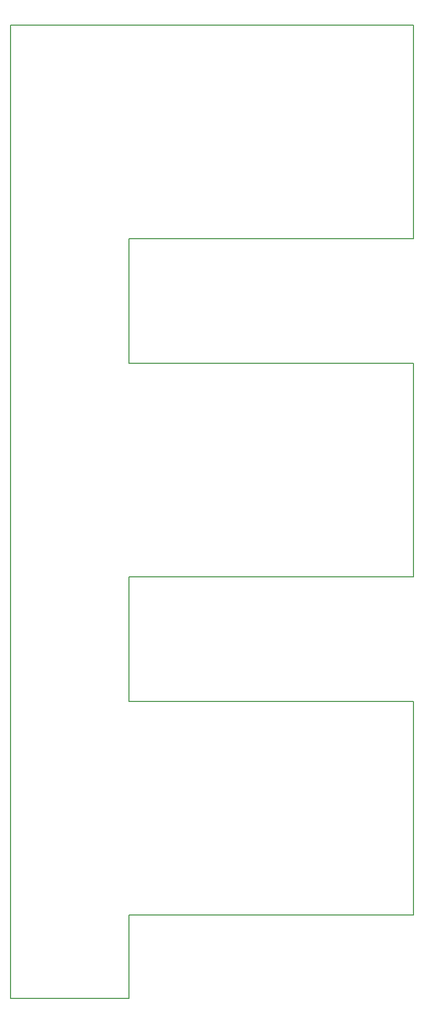
<source format=gm1>
G04 #@! TF.FileFunction,Profile,NP*
%FSLAX46Y46*%
G04 Gerber Fmt 4.6, Leading zero omitted, Abs format (unit mm)*
G04 Created by KiCad (PCBNEW 4.0.2-stable) date woensdag 06 september 2017 16:48:58*
%MOMM*%
G01*
G04 APERTURE LIST*
%ADD10C,0.100000*%
%ADD11C,0.150000*%
G04 APERTURE END LIST*
D10*
D11*
X88930000Y-189360000D02*
X88930000Y-25360000D01*
X108930000Y-189360000D02*
X88930000Y-189360000D01*
X108930000Y-175360000D02*
X108930000Y-189360000D01*
X88930000Y-25360000D02*
X156930000Y-25360000D01*
X156930000Y-175360000D02*
X108930000Y-175360000D01*
X156930000Y-139360000D02*
X156930000Y-175360000D01*
X108930000Y-139360000D02*
X156930000Y-139360000D01*
X108930000Y-118360000D02*
X108930000Y-139360000D01*
X156930000Y-118360000D02*
X108930000Y-118360000D01*
X156930000Y-82360000D02*
X156930000Y-118360000D01*
X108930000Y-82360000D02*
X156930000Y-82360000D01*
X108930000Y-61360000D02*
X108930000Y-82360000D01*
X156930000Y-61360000D02*
X108930000Y-61360000D01*
X156930000Y-25360000D02*
X156930000Y-61360000D01*
M02*

</source>
